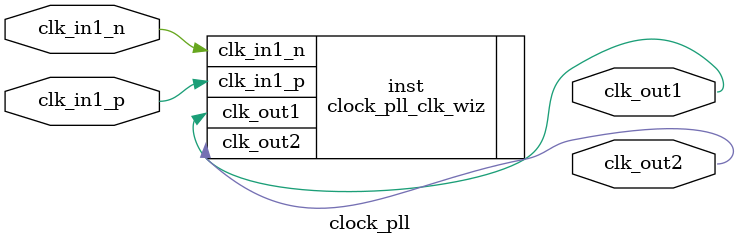
<source format=v>


`timescale 1ps/1ps

(* CORE_GENERATION_INFO = "clock_pll,clk_wiz_v6_0_4_0_0,{component_name=clock_pll,use_phase_alignment=false,use_min_o_jitter=false,use_max_i_jitter=false,use_dyn_phase_shift=false,use_inclk_switchover=false,use_dyn_reconfig=false,enable_axi=0,feedback_source=FDBK_AUTO,PRIMITIVE=PLL,num_out_clk=2,clkin1_period=6.250,clkin2_period=10.0,use_power_down=false,use_reset=false,use_locked=false,use_inclk_stopped=false,feedback_type=SINGLE,CLOCK_MGR_TYPE=NA,manual_override=false}" *)

module clock_pll 
 (
  // Clock out ports
  output        clk_out1,
  output        clk_out2,
 // Clock in ports
  input         clk_in1_p,
  input         clk_in1_n
 );

  clock_pll_clk_wiz inst
  (
  // Clock out ports  
  .clk_out1(clk_out1),
  .clk_out2(clk_out2),
 // Clock in ports
  .clk_in1_p(clk_in1_p),
  .clk_in1_n(clk_in1_n)
  );

endmodule

</source>
